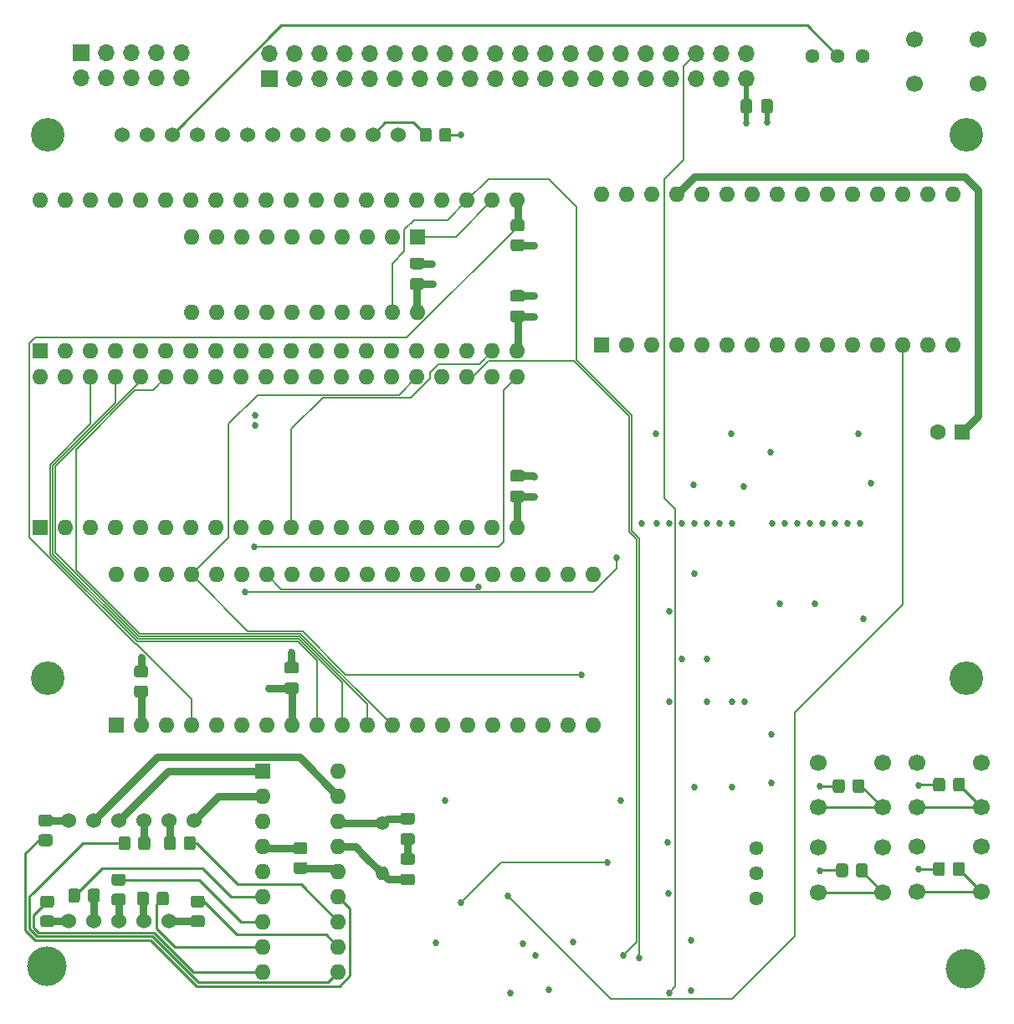
<source format=gbr>
%TF.GenerationSoftware,KiCad,Pcbnew,(5.1.7)-1*%
%TF.CreationDate,2020-12-26T11:55:58+01:00*%
%TF.ProjectId,sbc6526,73626336-3532-4362-9e6b-696361645f70,rev?*%
%TF.SameCoordinates,Original*%
%TF.FileFunction,Copper,L4,Bot*%
%TF.FilePolarity,Positive*%
%FSLAX46Y46*%
G04 Gerber Fmt 4.6, Leading zero omitted, Abs format (unit mm)*
G04 Created by KiCad (PCBNEW (5.1.7)-1) date 2020-12-26 11:55:58*
%MOMM*%
%LPD*%
G01*
G04 APERTURE LIST*
%TA.AperFunction,ComponentPad*%
%ADD10O,1.600000X1.600000*%
%TD*%
%TA.AperFunction,ComponentPad*%
%ADD11R,1.600000X1.600000*%
%TD*%
%TA.AperFunction,WasherPad*%
%ADD12C,3.400000*%
%TD*%
%TA.AperFunction,ComponentPad*%
%ADD13C,1.524000*%
%TD*%
%TA.AperFunction,ComponentPad*%
%ADD14O,1.700000X1.700000*%
%TD*%
%TA.AperFunction,ComponentPad*%
%ADD15R,1.700000X1.700000*%
%TD*%
%TA.AperFunction,ComponentPad*%
%ADD16C,1.440000*%
%TD*%
%TA.AperFunction,ComponentPad*%
%ADD17C,1.600000*%
%TD*%
%TA.AperFunction,ComponentPad*%
%ADD18O,1.400000X1.400000*%
%TD*%
%TA.AperFunction,ComponentPad*%
%ADD19C,1.400000*%
%TD*%
%TA.AperFunction,ComponentPad*%
%ADD20C,1.700000*%
%TD*%
%TA.AperFunction,ViaPad*%
%ADD21C,4.000000*%
%TD*%
%TA.AperFunction,ViaPad*%
%ADD22C,0.685800*%
%TD*%
%TA.AperFunction,Conductor*%
%ADD23C,0.762000*%
%TD*%
%TA.AperFunction,Conductor*%
%ADD24C,0.508000*%
%TD*%
%TA.AperFunction,Conductor*%
%ADD25C,0.127000*%
%TD*%
%TA.AperFunction,Conductor*%
%ADD26C,0.254000*%
%TD*%
G04 APERTURE END LIST*
D10*
%TO.P,U3,40*%
%TO.N,/~RES*%
X110325000Y-106450000D03*
%TO.P,U3,20*%
%TO.N,/bootstrap/A11*%
X158585000Y-121690000D03*
%TO.P,U3,39*%
%TO.N,Net-(U3-Pad39)*%
X112865000Y-106450000D03*
%TO.P,U3,19*%
%TO.N,/bootstrap/A10*%
X156045000Y-121690000D03*
%TO.P,U3,38*%
%TO.N,VCC*%
X115405000Y-106450000D03*
%TO.P,U3,18*%
%TO.N,/bootstrap/A9*%
X153505000Y-121690000D03*
%TO.P,U3,37*%
%TO.N,/PHI2*%
X117945000Y-106450000D03*
%TO.P,U3,17*%
%TO.N,/bootstrap/A8*%
X150965000Y-121690000D03*
%TO.P,U3,36*%
%TO.N,/bootstrap/BE*%
X120485000Y-106450000D03*
%TO.P,U3,16*%
%TO.N,/bootstrap/A7*%
X148425000Y-121690000D03*
%TO.P,U3,35*%
%TO.N,Net-(U3-Pad35)*%
X123025000Y-106450000D03*
%TO.P,U3,15*%
%TO.N,/bootstrap/A6*%
X145885000Y-121690000D03*
%TO.P,U3,34*%
%TO.N,/R~W*%
X125565000Y-106450000D03*
%TO.P,U3,14*%
%TO.N,/bootstrap/A5*%
X143345000Y-121690000D03*
%TO.P,U3,33*%
%TO.N,/bootstrap/D0*%
X128105000Y-106450000D03*
%TO.P,U3,13*%
%TO.N,/bootstrap/A4*%
X140805000Y-121690000D03*
%TO.P,U3,32*%
%TO.N,/bootstrap/D1*%
X130645000Y-106450000D03*
%TO.P,U3,12*%
%TO.N,/bootstrap/A3*%
X138265000Y-121690000D03*
%TO.P,U3,31*%
%TO.N,/bootstrap/D2*%
X133185000Y-106450000D03*
%TO.P,U3,11*%
%TO.N,/bootstrap/A2*%
X135725000Y-121690000D03*
%TO.P,U3,30*%
%TO.N,/bootstrap/D3*%
X135725000Y-106450000D03*
%TO.P,U3,10*%
%TO.N,/bootstrap/A1*%
X133185000Y-121690000D03*
%TO.P,U3,29*%
%TO.N,/bootstrap/D4*%
X138265000Y-106450000D03*
%TO.P,U3,9*%
%TO.N,/bootstrap/A0*%
X130645000Y-121690000D03*
%TO.P,U3,28*%
%TO.N,/bootstrap/D5*%
X140805000Y-106450000D03*
%TO.P,U3,8*%
%TO.N,VCC*%
X128105000Y-121690000D03*
%TO.P,U3,27*%
%TO.N,/bootstrap/D6*%
X143345000Y-106450000D03*
%TO.P,U3,7*%
%TO.N,Net-(U3-Pad7)*%
X125565000Y-121690000D03*
%TO.P,U3,26*%
%TO.N,/bootstrap/D7*%
X145885000Y-106450000D03*
%TO.P,U3,6*%
%TO.N,/~VIAIRQ*%
X123025000Y-121690000D03*
%TO.P,U3,25*%
%TO.N,/bootstrap/A15*%
X148425000Y-106450000D03*
%TO.P,U3,5*%
%TO.N,Net-(U3-Pad5)*%
X120485000Y-121690000D03*
%TO.P,U3,24*%
%TO.N,/bootstrap/A14*%
X150965000Y-106450000D03*
%TO.P,U3,4*%
%TO.N,/~IRQ*%
X117945000Y-121690000D03*
%TO.P,U3,23*%
%TO.N,/bootstrap/A13*%
X153505000Y-106450000D03*
%TO.P,U3,3*%
%TO.N,Net-(U3-Pad3)*%
X115405000Y-121690000D03*
%TO.P,U3,22*%
%TO.N,/bootstrap/A12*%
X156045000Y-106450000D03*
%TO.P,U3,2*%
%TO.N,Net-(R11-Pad1)*%
X112865000Y-121690000D03*
%TO.P,U3,21*%
%TO.N,GND*%
X158585000Y-106450000D03*
D11*
%TO.P,U3,1*%
%TO.N,Net-(U3-Pad1)*%
X110325000Y-121690000D03*
%TD*%
D12*
%TO.P,LCD1,*%
%TO.N,*%
X196425000Y-61925000D03*
X196425000Y-116925000D03*
X103425000Y-116925000D03*
X103425000Y-61925000D03*
D13*
%TO.P,LCD1,16*%
%TO.N,GND*%
X138875000Y-61965000D03*
%TO.P,LCD1,15*%
%TO.N,Net-(LCD1-Pad15)*%
X136335000Y-61965000D03*
%TO.P,LCD1,14*%
%TO.N,/peripherals/LCD_D7*%
X133795000Y-61965000D03*
%TO.P,LCD1,13*%
%TO.N,/peripherals/LCD_D6*%
X131255000Y-61965000D03*
%TO.P,LCD1,12*%
%TO.N,/peripherals/LCD_D5*%
X128715000Y-61965000D03*
%TO.P,LCD1,11*%
%TO.N,/peripherals/LCD_D4*%
X126175000Y-61965000D03*
%TO.P,LCD1,6*%
%TO.N,/peripherals/LCD_E*%
X123635000Y-61965000D03*
%TO.P,LCD1,5*%
%TO.N,/peripherals/LCD_RW*%
X121095000Y-61965000D03*
%TO.P,LCD1,4*%
%TO.N,/peripherals/LCD_RS*%
X118555000Y-61965000D03*
%TO.P,LCD1,3*%
%TO.N,Net-(LCD1-Pad3)*%
X116015000Y-61965000D03*
%TO.P,LCD1,2*%
%TO.N,VCC*%
X113475000Y-61965000D03*
%TO.P,LCD1,1*%
%TO.N,GND*%
X110935000Y-61965000D03*
%TD*%
D10*
%TO.P,U2,40*%
%TO.N,Net-(U2-Pad40)*%
X102700000Y-86460000D03*
%TO.P,U2,20*%
%TO.N,VCC*%
X150960000Y-101700000D03*
%TO.P,U2,39*%
%TO.N,Net-(U2-Pad39)*%
X105240000Y-86460000D03*
%TO.P,U2,19*%
%TO.N,Net-(U2-Pad19)*%
X148420000Y-101700000D03*
%TO.P,U2,38*%
%TO.N,/bootstrap/A0*%
X107780000Y-86460000D03*
%TO.P,U2,18*%
%TO.N,Net-(U2-Pad18)*%
X145880000Y-101700000D03*
%TO.P,U2,37*%
%TO.N,/bootstrap/A1*%
X110320000Y-86460000D03*
%TO.P,U2,17*%
%TO.N,/io/VPB7*%
X143340000Y-101700000D03*
%TO.P,U2,36*%
%TO.N,/bootstrap/A2*%
X112860000Y-86460000D03*
%TO.P,U2,16*%
%TO.N,/io/VPB6*%
X140800000Y-101700000D03*
%TO.P,U2,35*%
%TO.N,/bootstrap/A3*%
X115400000Y-86460000D03*
%TO.P,U2,15*%
%TO.N,/io/VPB5*%
X138260000Y-101700000D03*
%TO.P,U2,34*%
%TO.N,/~RES*%
X117940000Y-86460000D03*
%TO.P,U2,14*%
%TO.N,/io/VPB4*%
X135720000Y-101700000D03*
%TO.P,U2,33*%
%TO.N,/bootstrap/D0*%
X120480000Y-86460000D03*
%TO.P,U2,13*%
%TO.N,Net-(U2-Pad13)*%
X133180000Y-101700000D03*
%TO.P,U2,32*%
%TO.N,/bootstrap/D1*%
X123020000Y-86460000D03*
%TO.P,U2,12*%
%TO.N,Net-(U2-Pad12)*%
X130640000Y-101700000D03*
%TO.P,U2,31*%
%TO.N,/bootstrap/D2*%
X125560000Y-86460000D03*
%TO.P,U2,11*%
%TO.N,/TOD*%
X128100000Y-101700000D03*
%TO.P,U2,30*%
%TO.N,/bootstrap/D3*%
X128100000Y-86460000D03*
%TO.P,U2,10*%
%TO.N,/TODENABLE*%
X125560000Y-101700000D03*
%TO.P,U2,29*%
%TO.N,/bootstrap/D4*%
X130640000Y-86460000D03*
%TO.P,U2,9*%
%TO.N,/peripherals/LCD_D7*%
X123020000Y-101700000D03*
%TO.P,U2,28*%
%TO.N,/bootstrap/D5*%
X133180000Y-86460000D03*
%TO.P,U2,8*%
%TO.N,/peripherals/LCD_D6*%
X120480000Y-101700000D03*
%TO.P,U2,27*%
%TO.N,/bootstrap/D6*%
X135720000Y-86460000D03*
%TO.P,U2,7*%
%TO.N,/peripherals/LCD_D5*%
X117940000Y-101700000D03*
%TO.P,U2,26*%
%TO.N,/bootstrap/D7*%
X138260000Y-86460000D03*
%TO.P,U2,6*%
%TO.N,/peripherals/LCD_D4*%
X115400000Y-101700000D03*
%TO.P,U2,25*%
%TO.N,/PHI2*%
X140800000Y-86460000D03*
%TO.P,U2,5*%
%TO.N,/peripherals/LCD_E*%
X112860000Y-101700000D03*
%TO.P,U2,24*%
%TO.N,VCC*%
X143340000Y-86460000D03*
%TO.P,U2,4*%
%TO.N,/peripherals/LCD_RW*%
X110320000Y-101700000D03*
%TO.P,U2,23*%
%TO.N,/memory/~VIA*%
X145880000Y-86460000D03*
%TO.P,U2,3*%
%TO.N,/peripherals/LCD_RS*%
X107780000Y-101700000D03*
%TO.P,U2,22*%
%TO.N,/R~W*%
X148420000Y-86460000D03*
%TO.P,U2,2*%
%TO.N,/peripherals/~CIARES*%
X105240000Y-101700000D03*
%TO.P,U2,21*%
%TO.N,/~VIAIRQ*%
X150960000Y-86460000D03*
D11*
%TO.P,U2,1*%
%TO.N,GND*%
X102700000Y-101700000D03*
%TD*%
D14*
%TO.P,EXT6526,40*%
%TO.N,/~IRQ*%
X174160000Y-53760000D03*
%TO.P,EXT6526,39*%
%TO.N,VCC*%
X174160000Y-56300000D03*
%TO.P,EXT6526,38*%
%TO.N,/R~W*%
X171620000Y-53760000D03*
%TO.P,EXT6526,37*%
%TO.N,/TOD*%
X171620000Y-56300000D03*
%TO.P,EXT6526,36*%
%TO.N,/memory/~CIAEXT*%
X169080000Y-53760000D03*
%TO.P,EXT6526,35*%
%TO.N,/peripherals/~EXTFLAG*%
X169080000Y-56300000D03*
%TO.P,EXT6526,34*%
%TO.N,/peripherals/~EXTPC*%
X166540000Y-53760000D03*
%TO.P,EXT6526,33*%
%TO.N,/io/PB7*%
X166540000Y-56300000D03*
%TO.P,EXT6526,32*%
%TO.N,/PHI2*%
X164000000Y-53760000D03*
%TO.P,EXT6526,31*%
%TO.N,/io/PB6*%
X164000000Y-56300000D03*
%TO.P,EXT6526,30*%
%TO.N,/bootstrap/D7*%
X161460000Y-53760000D03*
%TO.P,EXT6526,29*%
%TO.N,/io/PB5*%
X161460000Y-56300000D03*
%TO.P,EXT6526,28*%
%TO.N,/bootstrap/D6*%
X158920000Y-53760000D03*
%TO.P,EXT6526,27*%
%TO.N,/io/PB4*%
X158920000Y-56300000D03*
%TO.P,EXT6526,26*%
%TO.N,/bootstrap/D5*%
X156380000Y-53760000D03*
%TO.P,EXT6526,25*%
%TO.N,/io/PB3*%
X156380000Y-56300000D03*
%TO.P,EXT6526,24*%
%TO.N,/bootstrap/D4*%
X153840000Y-53760000D03*
%TO.P,EXT6526,23*%
%TO.N,/io/PB2*%
X153840000Y-56300000D03*
%TO.P,EXT6526,22*%
%TO.N,/bootstrap/D3*%
X151300000Y-53760000D03*
%TO.P,EXT6526,21*%
%TO.N,/io/PB1*%
X151300000Y-56300000D03*
%TO.P,EXT6526,20*%
%TO.N,/bootstrap/D2*%
X148760000Y-53760000D03*
%TO.P,EXT6526,19*%
%TO.N,/io/PB0*%
X148760000Y-56300000D03*
%TO.P,EXT6526,18*%
%TO.N,/bootstrap/D1*%
X146220000Y-53760000D03*
%TO.P,EXT6526,17*%
%TO.N,/peripherals/PA7*%
X146220000Y-56300000D03*
%TO.P,EXT6526,16*%
%TO.N,/bootstrap/D0*%
X143680000Y-53760000D03*
%TO.P,EXT6526,15*%
%TO.N,/peripherals/PA6*%
X143680000Y-56300000D03*
%TO.P,EXT6526,14*%
%TO.N,/peripherals/~CIARES*%
X141140000Y-53760000D03*
%TO.P,EXT6526,13*%
%TO.N,/peripherals/PA5*%
X141140000Y-56300000D03*
%TO.P,EXT6526,12*%
%TO.N,/bootstrap/A3*%
X138600000Y-53760000D03*
%TO.P,EXT6526,11*%
%TO.N,/peripherals/PA4*%
X138600000Y-56300000D03*
%TO.P,EXT6526,10*%
%TO.N,/bootstrap/A2*%
X136060000Y-53760000D03*
%TO.P,EXT6526,9*%
%TO.N,/peripherals/PA3*%
X136060000Y-56300000D03*
%TO.P,EXT6526,8*%
%TO.N,/bootstrap/A1*%
X133520000Y-53760000D03*
%TO.P,EXT6526,7*%
%TO.N,/peripherals/PA2*%
X133520000Y-56300000D03*
%TO.P,EXT6526,6*%
%TO.N,/bootstrap/A0*%
X130980000Y-53760000D03*
%TO.P,EXT6526,5*%
%TO.N,/peripherals/PA1*%
X130980000Y-56300000D03*
%TO.P,EXT6526,4*%
%TO.N,/peripherals/SERDAT*%
X128440000Y-53760000D03*
%TO.P,EXT6526,3*%
%TO.N,/peripherals/PA0*%
X128440000Y-56300000D03*
%TO.P,EXT6526,2*%
%TO.N,/peripherals/SERCLK*%
X125900000Y-53760000D03*
D15*
%TO.P,EXT6526,1*%
%TO.N,GND*%
X125900000Y-56300000D03*
%TD*%
D13*
%TO.P,LED1,11*%
%TO.N,/clockmeter/A*%
X115730000Y-131280000D03*
%TO.P,LED1,10*%
%TO.N,/clockmeter/F*%
X113190000Y-131280000D03*
%TO.P,LED1,9*%
%TO.N,/clockmeter/C2*%
X110650000Y-131280000D03*
%TO.P,LED1,8*%
%TO.N,/clockmeter/C3*%
X108110000Y-131280000D03*
%TO.P,LED1,7*%
%TO.N,/clockmeter/B*%
X105570000Y-131280000D03*
%TO.P,LED1,12*%
%TO.N,/clockmeter/C1*%
X118270000Y-131280000D03*
%TO.P,LED1,5*%
%TO.N,/clockmeter/G*%
X115730000Y-141440000D03*
%TO.P,LED1,4*%
%TO.N,/clockmeter/C*%
X113190000Y-141440000D03*
%TO.P,LED1,3*%
%TO.N,/clockmeter/DP*%
X110650000Y-141440000D03*
%TO.P,LED1,2*%
%TO.N,/clockmeter/D*%
X108110000Y-141440000D03*
%TO.P,LED1,1*%
%TO.N,/clockmeter/E*%
X105570000Y-141440000D03*
%TD*%
D16*
%TO.P,P1,3*%
%TO.N,Net-(P1-Pad3)*%
X175133000Y-139192000D03*
%TO.P,P1,2*%
%TO.N,Net-(P1-Pad2)*%
X175133000Y-136652000D03*
%TO.P,P1,1*%
%TO.N,Net-(C13-Pad1)*%
X175133000Y-134112000D03*
%TD*%
%TO.P,C1,2*%
%TO.N,GND*%
%TA.AperFunction,SMDPad,CuDef*%
G36*
G01*
X151439900Y-78836700D02*
X150489900Y-78836700D01*
G75*
G02*
X150239900Y-78586700I0J250000D01*
G01*
X150239900Y-77911700D01*
G75*
G02*
X150489900Y-77661700I250000J0D01*
G01*
X151439900Y-77661700D01*
G75*
G02*
X151689900Y-77911700I0J-250000D01*
G01*
X151689900Y-78586700D01*
G75*
G02*
X151439900Y-78836700I-250000J0D01*
G01*
G37*
%TD.AperFunction*%
%TO.P,C1,1*%
%TO.N,VCC*%
%TA.AperFunction,SMDPad,CuDef*%
G36*
G01*
X151439900Y-80911700D02*
X150489900Y-80911700D01*
G75*
G02*
X150239900Y-80661700I0J250000D01*
G01*
X150239900Y-79986700D01*
G75*
G02*
X150489900Y-79736700I250000J0D01*
G01*
X151439900Y-79736700D01*
G75*
G02*
X151689900Y-79986700I0J-250000D01*
G01*
X151689900Y-80661700D01*
G75*
G02*
X151439900Y-80911700I-250000J0D01*
G01*
G37*
%TD.AperFunction*%
%TD*%
%TO.P,C2,2*%
%TO.N,GND*%
%TA.AperFunction,SMDPad,CuDef*%
G36*
G01*
X151425000Y-97037500D02*
X150475000Y-97037500D01*
G75*
G02*
X150225000Y-96787500I0J250000D01*
G01*
X150225000Y-96112500D01*
G75*
G02*
X150475000Y-95862500I250000J0D01*
G01*
X151425000Y-95862500D01*
G75*
G02*
X151675000Y-96112500I0J-250000D01*
G01*
X151675000Y-96787500D01*
G75*
G02*
X151425000Y-97037500I-250000J0D01*
G01*
G37*
%TD.AperFunction*%
%TO.P,C2,1*%
%TO.N,VCC*%
%TA.AperFunction,SMDPad,CuDef*%
G36*
G01*
X151425000Y-99112500D02*
X150475000Y-99112500D01*
G75*
G02*
X150225000Y-98862500I0J250000D01*
G01*
X150225000Y-98187500D01*
G75*
G02*
X150475000Y-97937500I250000J0D01*
G01*
X151425000Y-97937500D01*
G75*
G02*
X151675000Y-98187500I0J-250000D01*
G01*
X151675000Y-98862500D01*
G75*
G02*
X151425000Y-99112500I-250000J0D01*
G01*
G37*
%TD.AperFunction*%
%TD*%
%TO.P,C3,2*%
%TO.N,GND*%
%TA.AperFunction,SMDPad,CuDef*%
G36*
G01*
X128575000Y-116437500D02*
X127625000Y-116437500D01*
G75*
G02*
X127375000Y-116187500I0J250000D01*
G01*
X127375000Y-115512500D01*
G75*
G02*
X127625000Y-115262500I250000J0D01*
G01*
X128575000Y-115262500D01*
G75*
G02*
X128825000Y-115512500I0J-250000D01*
G01*
X128825000Y-116187500D01*
G75*
G02*
X128575000Y-116437500I-250000J0D01*
G01*
G37*
%TD.AperFunction*%
%TO.P,C3,1*%
%TO.N,VCC*%
%TA.AperFunction,SMDPad,CuDef*%
G36*
G01*
X128575000Y-118512500D02*
X127625000Y-118512500D01*
G75*
G02*
X127375000Y-118262500I0J250000D01*
G01*
X127375000Y-117587500D01*
G75*
G02*
X127625000Y-117337500I250000J0D01*
G01*
X128575000Y-117337500D01*
G75*
G02*
X128825000Y-117587500I0J-250000D01*
G01*
X128825000Y-118262500D01*
G75*
G02*
X128575000Y-118512500I-250000J0D01*
G01*
G37*
%TD.AperFunction*%
%TD*%
%TO.P,C5,2*%
%TO.N,GND*%
%TA.AperFunction,SMDPad,CuDef*%
G36*
G01*
X139375000Y-132600000D02*
X140325000Y-132600000D01*
G75*
G02*
X140575000Y-132850000I0J-250000D01*
G01*
X140575000Y-133525000D01*
G75*
G02*
X140325000Y-133775000I-250000J0D01*
G01*
X139375000Y-133775000D01*
G75*
G02*
X139125000Y-133525000I0J250000D01*
G01*
X139125000Y-132850000D01*
G75*
G02*
X139375000Y-132600000I250000J0D01*
G01*
G37*
%TD.AperFunction*%
%TO.P,C5,1*%
%TO.N,Net-(C5-Pad1)*%
%TA.AperFunction,SMDPad,CuDef*%
G36*
G01*
X139375000Y-130525000D02*
X140325000Y-130525000D01*
G75*
G02*
X140575000Y-130775000I0J-250000D01*
G01*
X140575000Y-131450000D01*
G75*
G02*
X140325000Y-131700000I-250000J0D01*
G01*
X139375000Y-131700000D01*
G75*
G02*
X139125000Y-131450000I0J250000D01*
G01*
X139125000Y-130775000D01*
G75*
G02*
X139375000Y-130525000I250000J0D01*
G01*
G37*
%TD.AperFunction*%
%TD*%
%TO.P,C6,2*%
%TO.N,GND*%
%TA.AperFunction,SMDPad,CuDef*%
G36*
G01*
X140325000Y-135787500D02*
X139375000Y-135787500D01*
G75*
G02*
X139125000Y-135537500I0J250000D01*
G01*
X139125000Y-134862500D01*
G75*
G02*
X139375000Y-134612500I250000J0D01*
G01*
X140325000Y-134612500D01*
G75*
G02*
X140575000Y-134862500I0J-250000D01*
G01*
X140575000Y-135537500D01*
G75*
G02*
X140325000Y-135787500I-250000J0D01*
G01*
G37*
%TD.AperFunction*%
%TO.P,C6,1*%
%TO.N,Net-(C6-Pad1)*%
%TA.AperFunction,SMDPad,CuDef*%
G36*
G01*
X140325000Y-137862500D02*
X139375000Y-137862500D01*
G75*
G02*
X139125000Y-137612500I0J250000D01*
G01*
X139125000Y-136937500D01*
G75*
G02*
X139375000Y-136687500I250000J0D01*
G01*
X140325000Y-136687500D01*
G75*
G02*
X140575000Y-136937500I0J-250000D01*
G01*
X140575000Y-137612500D01*
G75*
G02*
X140325000Y-137862500I-250000J0D01*
G01*
G37*
%TD.AperFunction*%
%TD*%
%TO.P,C11,2*%
%TO.N,GND*%
%TA.AperFunction,SMDPad,CuDef*%
G36*
G01*
X141275000Y-75562500D02*
X140325000Y-75562500D01*
G75*
G02*
X140075000Y-75312500I0J250000D01*
G01*
X140075000Y-74637500D01*
G75*
G02*
X140325000Y-74387500I250000J0D01*
G01*
X141275000Y-74387500D01*
G75*
G02*
X141525000Y-74637500I0J-250000D01*
G01*
X141525000Y-75312500D01*
G75*
G02*
X141275000Y-75562500I-250000J0D01*
G01*
G37*
%TD.AperFunction*%
%TO.P,C11,1*%
%TO.N,VCC*%
%TA.AperFunction,SMDPad,CuDef*%
G36*
G01*
X141275000Y-77637500D02*
X140325000Y-77637500D01*
G75*
G02*
X140075000Y-77387500I0J250000D01*
G01*
X140075000Y-76712500D01*
G75*
G02*
X140325000Y-76462500I250000J0D01*
G01*
X141275000Y-76462500D01*
G75*
G02*
X141525000Y-76712500I0J-250000D01*
G01*
X141525000Y-77387500D01*
G75*
G02*
X141275000Y-77637500I-250000J0D01*
G01*
G37*
%TD.AperFunction*%
%TD*%
D17*
%TO.P,C14,2*%
%TO.N,GND*%
X193500000Y-92000000D03*
D11*
%TO.P,C14,1*%
%TO.N,VCC*%
X196000000Y-92000000D03*
%TD*%
D10*
%TO.P,NANO1,16*%
%TO.N,/TOD*%
X195060000Y-67960000D03*
%TO.P,NANO1,15*%
%TO.N,/R~W*%
X195060000Y-83200000D03*
%TO.P,NANO1,30*%
%TO.N,Net-(NANO1-Pad30)*%
X159500000Y-67960000D03*
%TO.P,NANO1,14*%
%TO.N,/bootstrap/RESET*%
X192520000Y-83200000D03*
%TO.P,NANO1,29*%
%TO.N,GND*%
X162040000Y-67960000D03*
%TO.P,NANO1,13*%
%TO.N,/~CE*%
X189980000Y-83200000D03*
%TO.P,NANO1,28*%
%TO.N,Net-(NANO1-Pad28)*%
X164580000Y-67960000D03*
%TO.P,NANO1,12*%
%TO.N,/bootstrap/D0*%
X187440000Y-83200000D03*
%TO.P,NANO1,27*%
%TO.N,VCC*%
X167120000Y-67960000D03*
%TO.P,NANO1,11*%
%TO.N,/bootstrap/D1*%
X184900000Y-83200000D03*
%TO.P,NANO1,26*%
%TO.N,/TODENABLE*%
X169660000Y-67960000D03*
%TO.P,NANO1,10*%
%TO.N,/bootstrap/D2*%
X182360000Y-83200000D03*
%TO.P,NANO1,25*%
%TO.N,Net-(NANO1-Pad25)*%
X172200000Y-67960000D03*
%TO.P,NANO1,9*%
%TO.N,/bootstrap/D3*%
X179820000Y-83200000D03*
%TO.P,NANO1,24*%
%TO.N,Net-(NANO1-Pad24)*%
X174740000Y-67960000D03*
%TO.P,NANO1,8*%
%TO.N,/bootstrap/D4*%
X177280000Y-83200000D03*
%TO.P,NANO1,23*%
%TO.N,/bootstrap/DS*%
X177280000Y-67960000D03*
%TO.P,NANO1,7*%
%TO.N,/bootstrap/D5*%
X174740000Y-83200000D03*
%TO.P,NANO1,22*%
%TO.N,Net-(NANO1-Pad22)*%
X179820000Y-67960000D03*
%TO.P,NANO1,6*%
%TO.N,/bootstrap/D6*%
X172200000Y-83200000D03*
%TO.P,NANO1,21*%
%TO.N,/bootstrap/BE*%
X182360000Y-67960000D03*
%TO.P,NANO1,5*%
%TO.N,/bootstrap/D7*%
X169660000Y-83200000D03*
%TO.P,NANO1,20*%
%TO.N,/bootstrap/LATCH*%
X184900000Y-67960000D03*
%TO.P,NANO1,4*%
%TO.N,GND*%
X167120000Y-83200000D03*
%TO.P,NANO1,19*%
%TO.N,/bootstrap/CLOCK*%
X187440000Y-67960000D03*
%TO.P,NANO1,3*%
%TO.N,Net-(NANO1-Pad3)*%
X164580000Y-83200000D03*
%TO.P,NANO1,18*%
%TO.N,Net-(NANO1-Pad18)*%
X189980000Y-67960000D03*
%TO.P,NANO1,2*%
%TO.N,Net-(NANO1-Pad2)*%
X162040000Y-83200000D03*
%TO.P,NANO1,17*%
%TO.N,Net-(NANO1-Pad17)*%
X192520000Y-67960000D03*
D11*
%TO.P,NANO1,1*%
%TO.N,Net-(NANO1-Pad1)*%
X159500000Y-83200000D03*
%TD*%
D16*
%TO.P,P2,3*%
%TO.N,VCC*%
X180820000Y-54000000D03*
%TO.P,P2,2*%
%TO.N,Net-(LCD1-Pad3)*%
X183360000Y-54000000D03*
%TO.P,P2,1*%
%TO.N,GND*%
X185900000Y-54000000D03*
%TD*%
D10*
%TO.P,PIC1,18*%
%TO.N,Net-(PIC1-Pad18)*%
X132820000Y-126300000D03*
%TO.P,PIC1,9*%
%TO.N,Net-(PIC1-Pad9)*%
X125200000Y-146620000D03*
%TO.P,PIC1,17*%
%TO.N,/clockmeter/C3*%
X132820000Y-128840000D03*
%TO.P,PIC1,8*%
%TO.N,Net-(PIC1-Pad8)*%
X125200000Y-144080000D03*
%TO.P,PIC1,16*%
%TO.N,Net-(C5-Pad1)*%
X132820000Y-131380000D03*
%TO.P,PIC1,7*%
%TO.N,Net-(PIC1-Pad7)*%
X125200000Y-141540000D03*
%TO.P,PIC1,15*%
%TO.N,Net-(C6-Pad1)*%
X132820000Y-133920000D03*
%TO.P,PIC1,6*%
%TO.N,Net-(PIC1-Pad6)*%
X125200000Y-139000000D03*
%TO.P,PIC1,14*%
%TO.N,VCC*%
X132820000Y-136460000D03*
%TO.P,PIC1,5*%
%TO.N,GND*%
X125200000Y-136460000D03*
%TO.P,PIC1,13*%
%TO.N,Net-(PIC1-Pad13)*%
X132820000Y-139000000D03*
%TO.P,PIC1,4*%
%TO.N,Net-(PIC1-Pad4)*%
X125200000Y-133920000D03*
%TO.P,PIC1,12*%
%TO.N,Net-(PIC1-Pad12)*%
X132820000Y-141540000D03*
%TO.P,PIC1,3*%
%TO.N,/clock/~PHI2*%
X125200000Y-131380000D03*
%TO.P,PIC1,11*%
%TO.N,Net-(PIC1-Pad11)*%
X132820000Y-144080000D03*
%TO.P,PIC1,2*%
%TO.N,/clockmeter/C1*%
X125200000Y-128840000D03*
%TO.P,PIC1,10*%
%TO.N,Net-(PIC1-Pad10)*%
X132820000Y-146620000D03*
D11*
%TO.P,PIC1,1*%
%TO.N,/clockmeter/C2*%
X125200000Y-126300000D03*
%TD*%
%TO.P,R1,2*%
%TO.N,/clockmeter/D*%
%TA.AperFunction,SMDPad,CuDef*%
G36*
G01*
X107500000Y-139350001D02*
X107500000Y-138449999D01*
G75*
G02*
X107749999Y-138200000I249999J0D01*
G01*
X108450001Y-138200000D01*
G75*
G02*
X108700000Y-138449999I0J-249999D01*
G01*
X108700000Y-139350001D01*
G75*
G02*
X108450001Y-139600000I-249999J0D01*
G01*
X107749999Y-139600000D01*
G75*
G02*
X107500000Y-139350001I0J249999D01*
G01*
G37*
%TD.AperFunction*%
%TO.P,R1,1*%
%TO.N,Net-(PIC1-Pad6)*%
%TA.AperFunction,SMDPad,CuDef*%
G36*
G01*
X105500000Y-139350001D02*
X105500000Y-138449999D01*
G75*
G02*
X105749999Y-138200000I249999J0D01*
G01*
X106450001Y-138200000D01*
G75*
G02*
X106700000Y-138449999I0J-249999D01*
G01*
X106700000Y-139350001D01*
G75*
G02*
X106450001Y-139600000I-249999J0D01*
G01*
X105749999Y-139600000D01*
G75*
G02*
X105500000Y-139350001I0J249999D01*
G01*
G37*
%TD.AperFunction*%
%TD*%
%TO.P,R2,2*%
%TO.N,/clockmeter/DP*%
%TA.AperFunction,SMDPad,CuDef*%
G36*
G01*
X110149999Y-138700000D02*
X111050001Y-138700000D01*
G75*
G02*
X111300000Y-138949999I0J-249999D01*
G01*
X111300000Y-139650001D01*
G75*
G02*
X111050001Y-139900000I-249999J0D01*
G01*
X110149999Y-139900000D01*
G75*
G02*
X109900000Y-139650001I0J249999D01*
G01*
X109900000Y-138949999D01*
G75*
G02*
X110149999Y-138700000I249999J0D01*
G01*
G37*
%TD.AperFunction*%
%TO.P,R2,1*%
%TO.N,Net-(PIC1-Pad7)*%
%TA.AperFunction,SMDPad,CuDef*%
G36*
G01*
X110149999Y-136700000D02*
X111050001Y-136700000D01*
G75*
G02*
X111300000Y-136949999I0J-249999D01*
G01*
X111300000Y-137650001D01*
G75*
G02*
X111050001Y-137900000I-249999J0D01*
G01*
X110149999Y-137900000D01*
G75*
G02*
X109900000Y-137650001I0J249999D01*
G01*
X109900000Y-136949999D01*
G75*
G02*
X110149999Y-136700000I249999J0D01*
G01*
G37*
%TD.AperFunction*%
%TD*%
%TO.P,R3,2*%
%TO.N,/clockmeter/C*%
%TA.AperFunction,SMDPad,CuDef*%
G36*
G01*
X113662000Y-138749999D02*
X113662000Y-139650001D01*
G75*
G02*
X113412001Y-139900000I-249999J0D01*
G01*
X112711999Y-139900000D01*
G75*
G02*
X112462000Y-139650001I0J249999D01*
G01*
X112462000Y-138749999D01*
G75*
G02*
X112711999Y-138500000I249999J0D01*
G01*
X113412001Y-138500000D01*
G75*
G02*
X113662000Y-138749999I0J-249999D01*
G01*
G37*
%TD.AperFunction*%
%TO.P,R3,1*%
%TO.N,Net-(PIC1-Pad8)*%
%TA.AperFunction,SMDPad,CuDef*%
G36*
G01*
X115662000Y-138749999D02*
X115662000Y-139650001D01*
G75*
G02*
X115412001Y-139900000I-249999J0D01*
G01*
X114711999Y-139900000D01*
G75*
G02*
X114462000Y-139650001I0J249999D01*
G01*
X114462000Y-138749999D01*
G75*
G02*
X114711999Y-138500000I249999J0D01*
G01*
X115412001Y-138500000D01*
G75*
G02*
X115662000Y-138749999I0J-249999D01*
G01*
G37*
%TD.AperFunction*%
%TD*%
%TO.P,R4,2*%
%TO.N,/clockmeter/E*%
%TA.AperFunction,SMDPad,CuDef*%
G36*
G01*
X102927999Y-140900000D02*
X103828001Y-140900000D01*
G75*
G02*
X104078000Y-141149999I0J-249999D01*
G01*
X104078000Y-141850001D01*
G75*
G02*
X103828001Y-142100000I-249999J0D01*
G01*
X102927999Y-142100000D01*
G75*
G02*
X102678000Y-141850001I0J249999D01*
G01*
X102678000Y-141149999D01*
G75*
G02*
X102927999Y-140900000I249999J0D01*
G01*
G37*
%TD.AperFunction*%
%TO.P,R4,1*%
%TO.N,Net-(PIC1-Pad9)*%
%TA.AperFunction,SMDPad,CuDef*%
G36*
G01*
X102927999Y-138900000D02*
X103828001Y-138900000D01*
G75*
G02*
X104078000Y-139149999I0J-249999D01*
G01*
X104078000Y-139850001D01*
G75*
G02*
X103828001Y-140100000I-249999J0D01*
G01*
X102927999Y-140100000D01*
G75*
G02*
X102678000Y-139850001I0J249999D01*
G01*
X102678000Y-139149999D01*
G75*
G02*
X102927999Y-138900000I249999J0D01*
G01*
G37*
%TD.AperFunction*%
%TD*%
%TO.P,R5,2*%
%TO.N,/clockmeter/F*%
%TA.AperFunction,SMDPad,CuDef*%
G36*
G01*
X112600000Y-134050001D02*
X112600000Y-133149999D01*
G75*
G02*
X112849999Y-132900000I249999J0D01*
G01*
X113550001Y-132900000D01*
G75*
G02*
X113800000Y-133149999I0J-249999D01*
G01*
X113800000Y-134050001D01*
G75*
G02*
X113550001Y-134300000I-249999J0D01*
G01*
X112849999Y-134300000D01*
G75*
G02*
X112600000Y-134050001I0J249999D01*
G01*
G37*
%TD.AperFunction*%
%TO.P,R5,1*%
%TO.N,Net-(PIC1-Pad10)*%
%TA.AperFunction,SMDPad,CuDef*%
G36*
G01*
X110600000Y-134050001D02*
X110600000Y-133149999D01*
G75*
G02*
X110849999Y-132900000I249999J0D01*
G01*
X111550001Y-132900000D01*
G75*
G02*
X111800000Y-133149999I0J-249999D01*
G01*
X111800000Y-134050001D01*
G75*
G02*
X111550001Y-134300000I-249999J0D01*
G01*
X110849999Y-134300000D01*
G75*
G02*
X110600000Y-134050001I0J249999D01*
G01*
G37*
%TD.AperFunction*%
%TD*%
%TO.P,R6,2*%
%TO.N,/clockmeter/G*%
%TA.AperFunction,SMDPad,CuDef*%
G36*
G01*
X118149999Y-140900000D02*
X119050001Y-140900000D01*
G75*
G02*
X119300000Y-141149999I0J-249999D01*
G01*
X119300000Y-141850001D01*
G75*
G02*
X119050001Y-142100000I-249999J0D01*
G01*
X118149999Y-142100000D01*
G75*
G02*
X117900000Y-141850001I0J249999D01*
G01*
X117900000Y-141149999D01*
G75*
G02*
X118149999Y-140900000I249999J0D01*
G01*
G37*
%TD.AperFunction*%
%TO.P,R6,1*%
%TO.N,Net-(PIC1-Pad11)*%
%TA.AperFunction,SMDPad,CuDef*%
G36*
G01*
X118149999Y-138900000D02*
X119050001Y-138900000D01*
G75*
G02*
X119300000Y-139149999I0J-249999D01*
G01*
X119300000Y-139850001D01*
G75*
G02*
X119050001Y-140100000I-249999J0D01*
G01*
X118149999Y-140100000D01*
G75*
G02*
X117900000Y-139850001I0J249999D01*
G01*
X117900000Y-139149999D01*
G75*
G02*
X118149999Y-138900000I249999J0D01*
G01*
G37*
%TD.AperFunction*%
%TD*%
%TO.P,R7,2*%
%TO.N,/clockmeter/A*%
%TA.AperFunction,SMDPad,CuDef*%
G36*
G01*
X116400000Y-133149999D02*
X116400000Y-134050001D01*
G75*
G02*
X116150001Y-134300000I-249999J0D01*
G01*
X115449999Y-134300000D01*
G75*
G02*
X115200000Y-134050001I0J249999D01*
G01*
X115200000Y-133149999D01*
G75*
G02*
X115449999Y-132900000I249999J0D01*
G01*
X116150001Y-132900000D01*
G75*
G02*
X116400000Y-133149999I0J-249999D01*
G01*
G37*
%TD.AperFunction*%
%TO.P,R7,1*%
%TO.N,Net-(PIC1-Pad12)*%
%TA.AperFunction,SMDPad,CuDef*%
G36*
G01*
X118400000Y-133149999D02*
X118400000Y-134050001D01*
G75*
G02*
X118150001Y-134300000I-249999J0D01*
G01*
X117449999Y-134300000D01*
G75*
G02*
X117200000Y-134050001I0J249999D01*
G01*
X117200000Y-133149999D01*
G75*
G02*
X117449999Y-132900000I249999J0D01*
G01*
X118150001Y-132900000D01*
G75*
G02*
X118400000Y-133149999I0J-249999D01*
G01*
G37*
%TD.AperFunction*%
%TD*%
%TO.P,R8,2*%
%TO.N,/clockmeter/B*%
%TA.AperFunction,SMDPad,CuDef*%
G36*
G01*
X103650001Y-131900000D02*
X102749999Y-131900000D01*
G75*
G02*
X102500000Y-131650001I0J249999D01*
G01*
X102500000Y-130949999D01*
G75*
G02*
X102749999Y-130700000I249999J0D01*
G01*
X103650001Y-130700000D01*
G75*
G02*
X103900000Y-130949999I0J-249999D01*
G01*
X103900000Y-131650001D01*
G75*
G02*
X103650001Y-131900000I-249999J0D01*
G01*
G37*
%TD.AperFunction*%
%TO.P,R8,1*%
%TO.N,Net-(PIC1-Pad13)*%
%TA.AperFunction,SMDPad,CuDef*%
G36*
G01*
X103650001Y-133900000D02*
X102749999Y-133900000D01*
G75*
G02*
X102500000Y-133650001I0J249999D01*
G01*
X102500000Y-132949999D01*
G75*
G02*
X102749999Y-132700000I249999J0D01*
G01*
X103650001Y-132700000D01*
G75*
G02*
X103900000Y-132949999I0J-249999D01*
G01*
X103900000Y-133650001D01*
G75*
G02*
X103650001Y-133900000I-249999J0D01*
G01*
G37*
%TD.AperFunction*%
%TD*%
%TO.P,R9,2*%
%TO.N,Net-(PIC1-Pad4)*%
%TA.AperFunction,SMDPad,CuDef*%
G36*
G01*
X129450001Y-134700000D02*
X128549999Y-134700000D01*
G75*
G02*
X128300000Y-134450001I0J249999D01*
G01*
X128300000Y-133749999D01*
G75*
G02*
X128549999Y-133500000I249999J0D01*
G01*
X129450001Y-133500000D01*
G75*
G02*
X129700000Y-133749999I0J-249999D01*
G01*
X129700000Y-134450001D01*
G75*
G02*
X129450001Y-134700000I-249999J0D01*
G01*
G37*
%TD.AperFunction*%
%TO.P,R9,1*%
%TO.N,VCC*%
%TA.AperFunction,SMDPad,CuDef*%
G36*
G01*
X129450001Y-136700000D02*
X128549999Y-136700000D01*
G75*
G02*
X128300000Y-136450001I0J249999D01*
G01*
X128300000Y-135749999D01*
G75*
G02*
X128549999Y-135500000I249999J0D01*
G01*
X129450001Y-135500000D01*
G75*
G02*
X129700000Y-135749999I0J-249999D01*
G01*
X129700000Y-136450001D01*
G75*
G02*
X129450001Y-136700000I-249999J0D01*
G01*
G37*
%TD.AperFunction*%
%TD*%
%TO.P,R10,2*%
%TO.N,Net-(LCD1-Pad15)*%
%TA.AperFunction,SMDPad,CuDef*%
G36*
G01*
X142275000Y-61524999D02*
X142275000Y-62425001D01*
G75*
G02*
X142025001Y-62675000I-249999J0D01*
G01*
X141324999Y-62675000D01*
G75*
G02*
X141075000Y-62425001I0J249999D01*
G01*
X141075000Y-61524999D01*
G75*
G02*
X141324999Y-61275000I249999J0D01*
G01*
X142025001Y-61275000D01*
G75*
G02*
X142275000Y-61524999I0J-249999D01*
G01*
G37*
%TD.AperFunction*%
%TO.P,R10,1*%
%TO.N,VCC*%
%TA.AperFunction,SMDPad,CuDef*%
G36*
G01*
X144275000Y-61524999D02*
X144275000Y-62425001D01*
G75*
G02*
X144025001Y-62675000I-249999J0D01*
G01*
X143324999Y-62675000D01*
G75*
G02*
X143075000Y-62425001I0J249999D01*
G01*
X143075000Y-61524999D01*
G75*
G02*
X143324999Y-61275000I249999J0D01*
G01*
X144025001Y-61275000D01*
G75*
G02*
X144275000Y-61524999I0J-249999D01*
G01*
G37*
%TD.AperFunction*%
%TD*%
%TO.P,R11,2*%
%TO.N,VCC*%
%TA.AperFunction,SMDPad,CuDef*%
G36*
G01*
X113325001Y-116850000D02*
X112424999Y-116850000D01*
G75*
G02*
X112175000Y-116600001I0J249999D01*
G01*
X112175000Y-115899999D01*
G75*
G02*
X112424999Y-115650000I249999J0D01*
G01*
X113325001Y-115650000D01*
G75*
G02*
X113575000Y-115899999I0J-249999D01*
G01*
X113575000Y-116600001D01*
G75*
G02*
X113325001Y-116850000I-249999J0D01*
G01*
G37*
%TD.AperFunction*%
%TO.P,R11,1*%
%TO.N,Net-(R11-Pad1)*%
%TA.AperFunction,SMDPad,CuDef*%
G36*
G01*
X113325001Y-118850000D02*
X112424999Y-118850000D01*
G75*
G02*
X112175000Y-118600001I0J249999D01*
G01*
X112175000Y-117899999D01*
G75*
G02*
X112424999Y-117650000I249999J0D01*
G01*
X113325001Y-117650000D01*
G75*
G02*
X113575000Y-117899999I0J-249999D01*
G01*
X113575000Y-118600001D01*
G75*
G02*
X113325001Y-118850000I-249999J0D01*
G01*
G37*
%TD.AperFunction*%
%TD*%
%TO.P,R15,2*%
%TO.N,/io/VPB7*%
%TA.AperFunction,SMDPad,CuDef*%
G36*
G01*
X184880000Y-128270001D02*
X184880000Y-127369999D01*
G75*
G02*
X185129999Y-127120000I249999J0D01*
G01*
X185830001Y-127120000D01*
G75*
G02*
X186080000Y-127369999I0J-249999D01*
G01*
X186080000Y-128270001D01*
G75*
G02*
X185830001Y-128520000I-249999J0D01*
G01*
X185129999Y-128520000D01*
G75*
G02*
X184880000Y-128270001I0J249999D01*
G01*
G37*
%TD.AperFunction*%
%TO.P,R15,1*%
%TO.N,VCC*%
%TA.AperFunction,SMDPad,CuDef*%
G36*
G01*
X182880000Y-128270001D02*
X182880000Y-127369999D01*
G75*
G02*
X183129999Y-127120000I249999J0D01*
G01*
X183830001Y-127120000D01*
G75*
G02*
X184080000Y-127369999I0J-249999D01*
G01*
X184080000Y-128270001D01*
G75*
G02*
X183830001Y-128520000I-249999J0D01*
G01*
X183129999Y-128520000D01*
G75*
G02*
X182880000Y-128270001I0J249999D01*
G01*
G37*
%TD.AperFunction*%
%TD*%
%TO.P,R16,2*%
%TO.N,/io/VPB6*%
%TA.AperFunction,SMDPad,CuDef*%
G36*
G01*
X185210000Y-136790001D02*
X185210000Y-135889999D01*
G75*
G02*
X185459999Y-135640000I249999J0D01*
G01*
X186160001Y-135640000D01*
G75*
G02*
X186410000Y-135889999I0J-249999D01*
G01*
X186410000Y-136790001D01*
G75*
G02*
X186160001Y-137040000I-249999J0D01*
G01*
X185459999Y-137040000D01*
G75*
G02*
X185210000Y-136790001I0J249999D01*
G01*
G37*
%TD.AperFunction*%
%TO.P,R16,1*%
%TO.N,VCC*%
%TA.AperFunction,SMDPad,CuDef*%
G36*
G01*
X183210000Y-136790001D02*
X183210000Y-135889999D01*
G75*
G02*
X183459999Y-135640000I249999J0D01*
G01*
X184160001Y-135640000D01*
G75*
G02*
X184410000Y-135889999I0J-249999D01*
G01*
X184410000Y-136790001D01*
G75*
G02*
X184160001Y-137040000I-249999J0D01*
G01*
X183459999Y-137040000D01*
G75*
G02*
X183210000Y-136790001I0J249999D01*
G01*
G37*
%TD.AperFunction*%
%TD*%
%TO.P,R17,2*%
%TO.N,/io/VPB5*%
%TA.AperFunction,SMDPad,CuDef*%
G36*
G01*
X195020000Y-136660001D02*
X195020000Y-135759999D01*
G75*
G02*
X195269999Y-135510000I249999J0D01*
G01*
X195970001Y-135510000D01*
G75*
G02*
X196220000Y-135759999I0J-249999D01*
G01*
X196220000Y-136660001D01*
G75*
G02*
X195970001Y-136910000I-249999J0D01*
G01*
X195269999Y-136910000D01*
G75*
G02*
X195020000Y-136660001I0J249999D01*
G01*
G37*
%TD.AperFunction*%
%TO.P,R17,1*%
%TO.N,VCC*%
%TA.AperFunction,SMDPad,CuDef*%
G36*
G01*
X193020000Y-136660001D02*
X193020000Y-135759999D01*
G75*
G02*
X193269999Y-135510000I249999J0D01*
G01*
X193970001Y-135510000D01*
G75*
G02*
X194220000Y-135759999I0J-249999D01*
G01*
X194220000Y-136660001D01*
G75*
G02*
X193970001Y-136910000I-249999J0D01*
G01*
X193269999Y-136910000D01*
G75*
G02*
X193020000Y-136660001I0J249999D01*
G01*
G37*
%TD.AperFunction*%
%TD*%
%TO.P,R18,2*%
%TO.N,/io/VPB4*%
%TA.AperFunction,SMDPad,CuDef*%
G36*
G01*
X195040000Y-128130001D02*
X195040000Y-127229999D01*
G75*
G02*
X195289999Y-126980000I249999J0D01*
G01*
X195990001Y-126980000D01*
G75*
G02*
X196240000Y-127229999I0J-249999D01*
G01*
X196240000Y-128130001D01*
G75*
G02*
X195990001Y-128380000I-249999J0D01*
G01*
X195289999Y-128380000D01*
G75*
G02*
X195040000Y-128130001I0J249999D01*
G01*
G37*
%TD.AperFunction*%
%TO.P,R18,1*%
%TO.N,VCC*%
%TA.AperFunction,SMDPad,CuDef*%
G36*
G01*
X193040000Y-128130001D02*
X193040000Y-127229999D01*
G75*
G02*
X193289999Y-126980000I249999J0D01*
G01*
X193990001Y-126980000D01*
G75*
G02*
X194240000Y-127229999I0J-249999D01*
G01*
X194240000Y-128130001D01*
G75*
G02*
X193990001Y-128380000I-249999J0D01*
G01*
X193289999Y-128380000D01*
G75*
G02*
X193040000Y-128130001I0J249999D01*
G01*
G37*
%TD.AperFunction*%
%TD*%
%TO.P,R19,2*%
%TO.N,VCC*%
%TA.AperFunction,SMDPad,CuDef*%
G36*
G01*
X150524999Y-72525000D02*
X151425001Y-72525000D01*
G75*
G02*
X151675000Y-72774999I0J-249999D01*
G01*
X151675000Y-73475001D01*
G75*
G02*
X151425001Y-73725000I-249999J0D01*
G01*
X150524999Y-73725000D01*
G75*
G02*
X150275000Y-73475001I0J249999D01*
G01*
X150275000Y-72774999D01*
G75*
G02*
X150524999Y-72525000I249999J0D01*
G01*
G37*
%TD.AperFunction*%
%TO.P,R19,1*%
%TO.N,/~IRQ*%
%TA.AperFunction,SMDPad,CuDef*%
G36*
G01*
X150524999Y-70525000D02*
X151425001Y-70525000D01*
G75*
G02*
X151675000Y-70774999I0J-249999D01*
G01*
X151675000Y-71475001D01*
G75*
G02*
X151425001Y-71725000I-249999J0D01*
G01*
X150524999Y-71725000D01*
G75*
G02*
X150275000Y-71475001I0J249999D01*
G01*
X150275000Y-70774999D01*
G75*
G02*
X150524999Y-70525000I249999J0D01*
G01*
G37*
%TD.AperFunction*%
%TD*%
D10*
%TO.P,U11,20*%
%TO.N,VCC*%
X140843000Y-79920000D03*
%TO.P,U11,10*%
%TO.N,GND*%
X117983000Y-72300000D03*
%TO.P,U11,19*%
%TO.N,/memory/~CIA*%
X138303000Y-79920000D03*
%TO.P,U11,9*%
%TO.N,/peripherals/DB0*%
X120523000Y-72300000D03*
%TO.P,U11,18*%
%TO.N,/bootstrap/D7*%
X135763000Y-79920000D03*
%TO.P,U11,8*%
%TO.N,/peripherals/DB1*%
X123063000Y-72300000D03*
%TO.P,U11,17*%
%TO.N,/bootstrap/D6*%
X133223000Y-79920000D03*
%TO.P,U11,7*%
%TO.N,/peripherals/DB2*%
X125603000Y-72300000D03*
%TO.P,U11,16*%
%TO.N,/bootstrap/D5*%
X130683000Y-79920000D03*
%TO.P,U11,6*%
%TO.N,/peripherals/DB3*%
X128143000Y-72300000D03*
%TO.P,U11,15*%
%TO.N,/bootstrap/D4*%
X128143000Y-79920000D03*
%TO.P,U11,5*%
%TO.N,/peripherals/DB4*%
X130683000Y-72300000D03*
%TO.P,U11,14*%
%TO.N,/bootstrap/D3*%
X125603000Y-79920000D03*
%TO.P,U11,4*%
%TO.N,/peripherals/DB5*%
X133223000Y-72300000D03*
%TO.P,U11,13*%
%TO.N,/bootstrap/D2*%
X123063000Y-79920000D03*
%TO.P,U11,3*%
%TO.N,/peripherals/DB6*%
X135763000Y-72300000D03*
%TO.P,U11,12*%
%TO.N,/bootstrap/D1*%
X120523000Y-79920000D03*
%TO.P,U11,2*%
%TO.N,/peripherals/DB7*%
X138303000Y-72300000D03*
%TO.P,U11,11*%
%TO.N,/bootstrap/D0*%
X117983000Y-79920000D03*
D11*
%TO.P,U11,1*%
%TO.N,/R~W*%
X140843000Y-72300000D03*
%TD*%
D18*
%TO.P,Y1,2*%
%TO.N,Net-(C6-Pad1)*%
X137300000Y-136680000D03*
D19*
%TO.P,Y1,1*%
%TO.N,Net-(C5-Pad1)*%
X137300000Y-131600000D03*
%TD*%
D14*
%TO.P,J1,10*%
%TO.N,GND*%
X116960000Y-56240000D03*
%TO.P,J1,9*%
%TO.N,/io/PB0*%
X116960000Y-53700000D03*
%TO.P,J1,8*%
%TO.N,/io/PB1*%
X114420000Y-56240000D03*
%TO.P,J1,7*%
%TO.N,/io/PB2*%
X114420000Y-53700000D03*
%TO.P,J1,6*%
%TO.N,/io/PB3*%
X111880000Y-56240000D03*
%TO.P,J1,5*%
%TO.N,/io/PB4*%
X111880000Y-53700000D03*
%TO.P,J1,4*%
%TO.N,/io/PB5*%
X109340000Y-56240000D03*
%TO.P,J1,3*%
%TO.N,/io/PB6*%
X109340000Y-53700000D03*
%TO.P,J1,2*%
%TO.N,/io/PB7*%
X106800000Y-56240000D03*
D15*
%TO.P,J1,1*%
%TO.N,VCC*%
X106800000Y-53700000D03*
%TD*%
D20*
%TO.P,SW1,1*%
%TO.N,GND*%
X181420000Y-125490000D03*
%TO.P,SW1,2*%
X187920000Y-125490000D03*
%TO.P,SW1,3*%
%TO.N,/io/VPB7*%
X181420000Y-129990000D03*
%TO.P,SW1,4*%
X187920000Y-129990000D03*
%TD*%
%TO.P,SW2,1*%
%TO.N,GND*%
X181440000Y-134050000D03*
%TO.P,SW2,2*%
X187940000Y-134050000D03*
%TO.P,SW2,3*%
%TO.N,/io/VPB6*%
X181440000Y-138550000D03*
%TO.P,SW2,4*%
X187940000Y-138550000D03*
%TD*%
%TO.P,SW3,1*%
%TO.N,GND*%
X191400000Y-133970000D03*
%TO.P,SW3,2*%
X197900000Y-133970000D03*
%TO.P,SW3,3*%
%TO.N,/io/VPB5*%
X191400000Y-138470000D03*
%TO.P,SW3,4*%
X197900000Y-138470000D03*
%TD*%
%TO.P,SW4,1*%
%TO.N,GND*%
X191420000Y-125450000D03*
%TO.P,SW4,2*%
X197920000Y-125450000D03*
%TO.P,SW4,3*%
%TO.N,/io/VPB4*%
X191420000Y-129950000D03*
%TO.P,SW4,4*%
X197920000Y-129950000D03*
%TD*%
%TO.P,SW5,1*%
%TO.N,Net-(R13-Pad2)*%
X197600000Y-56800000D03*
%TO.P,SW5,2*%
X191100000Y-56800000D03*
%TO.P,SW5,3*%
%TO.N,VCC*%
X197600000Y-52300000D03*
%TO.P,SW5,4*%
X191100000Y-52300000D03*
%TD*%
%TO.P,CEXT1,1*%
%TO.N,VCC*%
%TA.AperFunction,SMDPad,CuDef*%
G36*
G01*
X173550000Y-59550000D02*
X173550000Y-58600000D01*
G75*
G02*
X173800000Y-58350000I250000J0D01*
G01*
X174475000Y-58350000D01*
G75*
G02*
X174725000Y-58600000I0J-250000D01*
G01*
X174725000Y-59550000D01*
G75*
G02*
X174475000Y-59800000I-250000J0D01*
G01*
X173800000Y-59800000D01*
G75*
G02*
X173550000Y-59550000I0J250000D01*
G01*
G37*
%TD.AperFunction*%
%TO.P,CEXT1,2*%
%TO.N,GND*%
%TA.AperFunction,SMDPad,CuDef*%
G36*
G01*
X175625000Y-59550000D02*
X175625000Y-58600000D01*
G75*
G02*
X175875000Y-58350000I250000J0D01*
G01*
X176550000Y-58350000D01*
G75*
G02*
X176800000Y-58600000I0J-250000D01*
G01*
X176800000Y-59550000D01*
G75*
G02*
X176550000Y-59800000I-250000J0D01*
G01*
X175875000Y-59800000D01*
G75*
G02*
X175625000Y-59550000I0J250000D01*
G01*
G37*
%TD.AperFunction*%
%TD*%
D11*
%TO.P,U1,1*%
%TO.N,GND*%
X102700000Y-83850000D03*
D10*
%TO.P,U1,21*%
%TO.N,/~IRQ*%
X150960000Y-68610000D03*
%TO.P,U1,2*%
%TO.N,/peripherals/PA0*%
X105240000Y-83850000D03*
%TO.P,U1,22*%
%TO.N,/R~W*%
X148420000Y-68610000D03*
%TO.P,U1,3*%
%TO.N,/peripherals/PA1*%
X107780000Y-83850000D03*
%TO.P,U1,23*%
%TO.N,/memory/~CIA*%
X145880000Y-68610000D03*
%TO.P,U1,4*%
%TO.N,/peripherals/PA2*%
X110320000Y-83850000D03*
%TO.P,U1,24*%
%TO.N,/peripherals/~EXTFLAG*%
X143340000Y-68610000D03*
%TO.P,U1,5*%
%TO.N,/peripherals/PA3*%
X112860000Y-83850000D03*
%TO.P,U1,25*%
%TO.N,/PHI2*%
X140800000Y-68610000D03*
%TO.P,U1,6*%
%TO.N,/peripherals/PA4*%
X115400000Y-83850000D03*
%TO.P,U1,26*%
%TO.N,/peripherals/DB7*%
X138260000Y-68610000D03*
%TO.P,U1,7*%
%TO.N,/peripherals/PA5*%
X117940000Y-83850000D03*
%TO.P,U1,27*%
%TO.N,/peripherals/DB6*%
X135720000Y-68610000D03*
%TO.P,U1,8*%
%TO.N,/peripherals/PA6*%
X120480000Y-83850000D03*
%TO.P,U1,28*%
%TO.N,/peripherals/DB5*%
X133180000Y-68610000D03*
%TO.P,U1,9*%
%TO.N,/peripherals/PA7*%
X123020000Y-83850000D03*
%TO.P,U1,29*%
%TO.N,/peripherals/DB4*%
X130640000Y-68610000D03*
%TO.P,U1,10*%
%TO.N,/io/PB0*%
X125560000Y-83850000D03*
%TO.P,U1,30*%
%TO.N,/peripherals/DB3*%
X128100000Y-68610000D03*
%TO.P,U1,11*%
%TO.N,/io/PB1*%
X128100000Y-83850000D03*
%TO.P,U1,31*%
%TO.N,/peripherals/DB2*%
X125560000Y-68610000D03*
%TO.P,U1,12*%
%TO.N,/io/PB2*%
X130640000Y-83850000D03*
%TO.P,U1,32*%
%TO.N,/peripherals/DB1*%
X123020000Y-68610000D03*
%TO.P,U1,13*%
%TO.N,/io/PB3*%
X133180000Y-83850000D03*
%TO.P,U1,33*%
%TO.N,/peripherals/DB0*%
X120480000Y-68610000D03*
%TO.P,U1,14*%
%TO.N,/io/PB4*%
X135720000Y-83850000D03*
%TO.P,U1,34*%
%TO.N,/peripherals/~CIARES*%
X117940000Y-68610000D03*
%TO.P,U1,15*%
%TO.N,/io/PB5*%
X138260000Y-83850000D03*
%TO.P,U1,35*%
%TO.N,/bootstrap/A3*%
X115400000Y-68610000D03*
%TO.P,U1,16*%
%TO.N,/io/PB6*%
X140800000Y-83850000D03*
%TO.P,U1,36*%
%TO.N,/bootstrap/A2*%
X112860000Y-68610000D03*
%TO.P,U1,17*%
%TO.N,/io/PB7*%
X143340000Y-83850000D03*
%TO.P,U1,37*%
%TO.N,/bootstrap/A1*%
X110320000Y-68610000D03*
%TO.P,U1,18*%
%TO.N,/peripherals/~EXTPC*%
X145880000Y-83850000D03*
%TO.P,U1,38*%
%TO.N,/bootstrap/A0*%
X107780000Y-68610000D03*
%TO.P,U1,19*%
%TO.N,/TOD*%
X148420000Y-83850000D03*
%TO.P,U1,39*%
%TO.N,/peripherals/SERDAT*%
X105240000Y-68610000D03*
%TO.P,U1,20*%
%TO.N,VCC*%
X150960000Y-83850000D03*
%TO.P,U1,40*%
%TO.N,/peripherals/SERCLK*%
X102700000Y-68610000D03*
%TD*%
D21*
%TO.N,*%
X196342000Y-146304000D03*
X103378000Y-146050000D03*
D22*
%TO.N,GND*%
X152575000Y-96475000D03*
X139850000Y-134175000D03*
X152625000Y-78225000D03*
X142325000Y-74975000D03*
X181037500Y-109362500D03*
X176625000Y-122625000D03*
X168500000Y-143400000D03*
X150275000Y-148725000D03*
X176200000Y-60675000D03*
X143650000Y-129250000D03*
X161425000Y-129300000D03*
X166175000Y-133550000D03*
X186750000Y-97150000D03*
X173850000Y-97550000D03*
X151550000Y-143750000D03*
X156575000Y-143625000D03*
X142675000Y-143650000D03*
X152750000Y-144950000D03*
X128075000Y-114250000D03*
X172650000Y-119305000D03*
X166300000Y-119305000D03*
X168840000Y-106351000D03*
X167570000Y-114987000D03*
X170110000Y-114987000D03*
X166300000Y-110161000D03*
%TO.N,/memory/RAMCE*%
X145218000Y-139625000D03*
X160073195Y-135561000D03*
%TO.N,VCC*%
X112875000Y-114775000D03*
X152575000Y-98525000D03*
X152625000Y-80325000D03*
X142375000Y-77050000D03*
X152625000Y-73125000D03*
X154100000Y-148425000D03*
X168500000Y-148525000D03*
X166225000Y-138675000D03*
X176625000Y-127475000D03*
X177500000Y-109400000D03*
X185950000Y-110875000D03*
X172600000Y-92175000D03*
X185475000Y-92150000D03*
X164950000Y-92200000D03*
X145225000Y-61975000D03*
X174125000Y-60775000D03*
X191575000Y-136225000D03*
X181600000Y-136375000D03*
X181600000Y-127800000D03*
X191550000Y-127750000D03*
X125775000Y-117925000D03*
X176587090Y-94047954D03*
X173920000Y-119305000D03*
X168840000Y-127941000D03*
X172650000Y-127941000D03*
X170110000Y-119305000D03*
%TO.N,/memory/~VIA*%
X161645400Y-144907062D03*
%TO.N,/memory/~CIA*%
X163252000Y-145213000D03*
%TO.N,/bootstrap/BE*%
X168779149Y-97339843D03*
%TO.N,/~VIAIRQ*%
X124320961Y-103631252D03*
%TO.N,/~RES*%
X161004183Y-104742417D03*
X123444000Y-108204000D03*
%TO.N,/PHI2*%
X157480000Y-116586000D03*
%TO.N,/TODENABLE*%
X124390000Y-91365000D03*
%TO.N,/~CE*%
X150021865Y-138960072D03*
%TO.N,/bootstrap/D0*%
X124390000Y-90349000D03*
%TO.N,/bootstrap/A11*%
X180524000Y-101271000D03*
%TO.N,/bootstrap/A10*%
X179254000Y-101271000D03*
%TO.N,/bootstrap/A9*%
X177984000Y-101271000D03*
%TO.N,/bootstrap/A8*%
X176714000Y-101271000D03*
%TO.N,/bootstrap/A7*%
X172650000Y-101271000D03*
%TO.N,/bootstrap/A6*%
X171380000Y-101271000D03*
%TO.N,/bootstrap/A5*%
X170110000Y-101271000D03*
%TO.N,/bootstrap/A4*%
X168840000Y-101271000D03*
%TO.N,/bootstrap/A15*%
X185604000Y-101271000D03*
%TO.N,/bootstrap/A14*%
X184334000Y-101271000D03*
%TO.N,/bootstrap/A13*%
X183064000Y-101271000D03*
%TO.N,/bootstrap/A12*%
X181794000Y-101271000D03*
%TO.N,/bootstrap/A0*%
X163506000Y-101271000D03*
%TO.N,/bootstrap/A1*%
X165030000Y-101271000D03*
%TO.N,/bootstrap/A2*%
X166300000Y-101271000D03*
%TO.N,/bootstrap/A3*%
X167570000Y-101271000D03*
%TO.N,/R~W*%
X147066000Y-107670600D03*
%TO.N,/memory/~CIAEXT*%
X166300000Y-148743600D03*
%TD*%
D23*
%TO.N,GND*%
X139850000Y-133187500D02*
X139850000Y-134175000D01*
X152550000Y-96450000D02*
X152575000Y-96475000D01*
X150950000Y-96450000D02*
X152550000Y-96450000D01*
X139850000Y-134175000D02*
X139850000Y-135200000D01*
X152600800Y-78249200D02*
X152625000Y-78225000D01*
X150964900Y-78249200D02*
X152600800Y-78249200D01*
X140800000Y-74975000D02*
X142325000Y-74975000D01*
D24*
X176212500Y-60662500D02*
X176200000Y-60675000D01*
X176212500Y-59075000D02*
X176212500Y-60662500D01*
D23*
X128075000Y-115825000D02*
X128100000Y-115850000D01*
X128075000Y-114250000D02*
X128075000Y-115825000D01*
D25*
%TO.N,/memory/RAMCE*%
X149282000Y-135561000D02*
X160073195Y-135561000D01*
X145218000Y-139625000D02*
X149282000Y-135561000D01*
D23*
%TO.N,VCC*%
X132460000Y-136100000D02*
X132820000Y-136460000D01*
X129000000Y-136100000D02*
X132460000Y-136100000D01*
X128105000Y-117930000D02*
X128100000Y-117925000D01*
X128105000Y-121690000D02*
X128105000Y-117930000D01*
X112875000Y-116250000D02*
X112875000Y-114775000D01*
X150960000Y-98535000D02*
X150950000Y-98525000D01*
X150960000Y-101700000D02*
X150960000Y-98535000D01*
X150950000Y-98525000D02*
X152575000Y-98525000D01*
X150964900Y-83845100D02*
X150960000Y-83850000D01*
X150964900Y-80324200D02*
X150964900Y-83845100D01*
X152624200Y-80324200D02*
X152625000Y-80325000D01*
X150964900Y-80324200D02*
X152624200Y-80324200D01*
X140800000Y-79877000D02*
X140843000Y-79920000D01*
X140800000Y-77050000D02*
X140800000Y-79877000D01*
X140800000Y-77050000D02*
X142375000Y-77050000D01*
X150975000Y-73125000D02*
X152625000Y-73125000D01*
D26*
X143675000Y-61975000D02*
X145225000Y-61975000D01*
D24*
X174137500Y-56322500D02*
X174160000Y-56300000D01*
X174137500Y-59075000D02*
X174137500Y-56322500D01*
X174137500Y-60762500D02*
X174125000Y-60775000D01*
X174137500Y-59075000D02*
X174137500Y-60762500D01*
D26*
X191590000Y-136210000D02*
X191575000Y-136225000D01*
X193620000Y-136210000D02*
X191590000Y-136210000D01*
X181635000Y-136340000D02*
X181600000Y-136375000D01*
X183810000Y-136340000D02*
X181635000Y-136340000D01*
X181620000Y-127820000D02*
X181600000Y-127800000D01*
X183480000Y-127820000D02*
X181620000Y-127820000D01*
X191620000Y-127680000D02*
X191550000Y-127750000D01*
X193640000Y-127680000D02*
X191620000Y-127680000D01*
D23*
X167120000Y-67960000D02*
X168905000Y-66175000D01*
X168905000Y-66175000D02*
X196200000Y-66175000D01*
X196200000Y-66175000D02*
X197600000Y-67575000D01*
X197600000Y-90400000D02*
X196000000Y-92000000D01*
X197600000Y-67575000D02*
X197600000Y-90400000D01*
X126500000Y-117925000D02*
X128100000Y-117925000D01*
X125775000Y-117925000D02*
X126500000Y-117925000D01*
D26*
%TO.N,Net-(LCD1-Pad3)*%
X183360000Y-54000000D02*
X180260000Y-50900000D01*
X127080000Y-50900000D02*
X116015000Y-61965000D01*
X180260000Y-50900000D02*
X127080000Y-50900000D01*
D25*
%TO.N,/memory/~VIA*%
X145880000Y-86460000D02*
X146400393Y-86460000D01*
X156647990Y-84840501D02*
X156647991Y-84866215D01*
X148019892Y-84840501D02*
X156647990Y-84840501D01*
X146400393Y-86460000D02*
X148019892Y-84840501D01*
X156647991Y-84866215D02*
X162235990Y-90454214D01*
X162235990Y-90454214D02*
X162235991Y-102138215D01*
X162235991Y-102138215D02*
X162997990Y-102900214D01*
X162997990Y-143554472D02*
X161645400Y-144907062D01*
X162997990Y-102900214D02*
X162997990Y-143554472D01*
%TO.N,/memory/~CIA*%
X138303000Y-79920000D02*
X138303000Y-74972000D01*
X138303000Y-74972000D02*
X139525000Y-73750000D01*
X139525000Y-73750000D02*
X139525000Y-71550000D01*
X139525000Y-71550000D02*
X140500000Y-70575000D01*
X143915000Y-70575000D02*
X145880000Y-68610000D01*
X140500000Y-70575000D02*
X143915000Y-70575000D01*
X163252000Y-145213000D02*
X163252000Y-102795000D01*
X163252000Y-102795000D02*
X162490000Y-102033000D01*
X162490000Y-102033000D02*
X162490000Y-90349000D01*
X162490000Y-90349000D02*
X156902000Y-84761000D01*
X156902000Y-84761000D02*
X156902000Y-69267000D01*
X156902000Y-69267000D02*
X154108000Y-66473000D01*
X148017000Y-66473000D02*
X145880000Y-68610000D01*
X154108000Y-66473000D02*
X148017000Y-66473000D01*
D23*
%TO.N,Net-(R11-Pad1)*%
X112875000Y-121680000D02*
X112865000Y-121690000D01*
X112875000Y-118250000D02*
X112875000Y-121680000D01*
%TO.N,/~IRQ*%
X150975000Y-68625000D02*
X150960000Y-68610000D01*
X150975000Y-71125000D02*
X150975000Y-68625000D01*
D25*
X112371247Y-113463010D02*
X112337256Y-113463009D01*
X117945000Y-119036763D02*
X112371247Y-113463010D01*
X117945000Y-121690000D02*
X117945000Y-119036763D01*
X112337256Y-113463009D02*
X101530000Y-102655753D01*
X101530000Y-83077098D02*
X102132098Y-82475000D01*
X101530000Y-102655753D02*
X101530000Y-83077098D01*
X150975000Y-71253942D02*
X150975000Y-71125000D01*
X139753942Y-82475000D02*
X150975000Y-71253942D01*
X102132098Y-82475000D02*
X139753942Y-82475000D01*
%TO.N,/~VIAIRQ*%
X124320961Y-103631252D02*
X149097252Y-103631252D01*
X149097252Y-103631252D02*
X149606000Y-103122504D01*
X149606000Y-87814000D02*
X150960000Y-86460000D01*
X149606000Y-103122504D02*
X149606000Y-87814000D01*
%TO.N,/~RES*%
X161004183Y-105804817D02*
X161004183Y-104742417D01*
X158605000Y-108204000D02*
X160963500Y-105845500D01*
X123444000Y-108204000D02*
X158605000Y-108204000D01*
X160963500Y-105845500D02*
X161004183Y-105804817D01*
X159188000Y-107621000D02*
X160963500Y-105845500D01*
%TO.N,/PHI2*%
X117945000Y-106450000D02*
X121744758Y-102650242D01*
X121744758Y-102650242D02*
X121744758Y-91216242D01*
X121744758Y-91216242D02*
X124644000Y-88317000D01*
X138943000Y-88317000D02*
X140800000Y-86460000D01*
X124644000Y-88317000D02*
X138943000Y-88317000D01*
X157480000Y-116586000D02*
X133604000Y-116586000D01*
X133604000Y-116586000D02*
X129210961Y-112192961D01*
X123687961Y-112192961D02*
X128194961Y-112192961D01*
X117945000Y-106450000D02*
X123687961Y-112192961D01*
X129210961Y-112192961D02*
X128194961Y-112192961D01*
D23*
%TO.N,/clockmeter/C1*%
X120710000Y-128840000D02*
X118270000Y-131280000D01*
X125200000Y-128840000D02*
X120710000Y-128840000D01*
%TO.N,/clockmeter/F*%
X113200000Y-131290000D02*
X113190000Y-131280000D01*
X113200000Y-133600000D02*
X113200000Y-131290000D01*
%TO.N,/clockmeter/G*%
X115790000Y-141500000D02*
X115730000Y-141440000D01*
X118600000Y-141500000D02*
X115790000Y-141500000D01*
%TO.N,/clockmeter/E*%
X105510000Y-141500000D02*
X105570000Y-141440000D01*
X103378000Y-141500000D02*
X105510000Y-141500000D01*
%TO.N,/clockmeter/D*%
X108100000Y-141430000D02*
X108110000Y-141440000D01*
X108100000Y-138900000D02*
X108100000Y-141430000D01*
%TO.N,/clockmeter/DP*%
X110600000Y-141390000D02*
X110650000Y-141440000D01*
X110600000Y-139300000D02*
X110600000Y-141390000D01*
%TO.N,/clockmeter/C*%
X113062000Y-141312000D02*
X113190000Y-141440000D01*
X113062000Y-139200000D02*
X113062000Y-141312000D01*
%TO.N,/clockmeter/B*%
X105550000Y-131300000D02*
X105570000Y-131280000D01*
X103200000Y-131300000D02*
X105550000Y-131300000D01*
%TO.N,/clockmeter/A*%
X115800000Y-131350000D02*
X115730000Y-131280000D01*
X115800000Y-133600000D02*
X115800000Y-131350000D01*
%TO.N,/clockmeter/C2*%
X115630000Y-126300000D02*
X110650000Y-131280000D01*
X125200000Y-126300000D02*
X115630000Y-126300000D01*
%TO.N,/clockmeter/C3*%
X108110000Y-131280000D02*
X114490000Y-124900000D01*
X128880000Y-124900000D02*
X132820000Y-128840000D01*
X114490000Y-124900000D02*
X128880000Y-124900000D01*
D25*
%TO.N,/~CE*%
X150021865Y-138960072D02*
X160413793Y-149352000D01*
X160413793Y-149352000D02*
X172720000Y-149352000D01*
X172720000Y-149352000D02*
X179070000Y-143002000D01*
X179070000Y-143002000D02*
X179070000Y-120396000D01*
X189980000Y-109486000D02*
X189980000Y-83200000D01*
X179070000Y-120396000D02*
X189980000Y-109486000D01*
D26*
%TO.N,/io/VPB7*%
X185750000Y-127820000D02*
X187920000Y-129990000D01*
X185480000Y-127820000D02*
X185750000Y-127820000D01*
X187920000Y-129990000D02*
X181420000Y-129990000D01*
%TO.N,/io/VPB6*%
X181440000Y-138550000D02*
X187940000Y-138550000D01*
X185810000Y-136420000D02*
X187940000Y-138550000D01*
X185810000Y-136340000D02*
X185810000Y-136420000D01*
%TO.N,/io/VPB5*%
X191400000Y-138470000D02*
X197900000Y-138470000D01*
X195640000Y-136210000D02*
X195620000Y-136210000D01*
X197900000Y-138470000D02*
X195640000Y-136210000D01*
D23*
%TO.N,Net-(C5-Pad1)*%
X133040000Y-131600000D02*
X132820000Y-131380000D01*
X137300000Y-131600000D02*
X133040000Y-131600000D01*
X137787500Y-131112500D02*
X137300000Y-131600000D01*
X139850000Y-131112500D02*
X137787500Y-131112500D01*
%TO.N,Net-(C6-Pad1)*%
X137300000Y-136680000D02*
X135445000Y-134825000D01*
X134540000Y-133920000D02*
X135445000Y-134825000D01*
X132820000Y-133920000D02*
X134540000Y-133920000D01*
X137895000Y-137275000D02*
X137300000Y-136680000D01*
X139850000Y-137275000D02*
X137895000Y-137275000D01*
D26*
%TO.N,Net-(PIC1-Pad10)*%
X132820000Y-146620000D02*
X131765999Y-147674001D01*
X106950000Y-133600000D02*
X111200000Y-133600000D01*
X131765999Y-147674001D02*
X118687173Y-147674001D01*
X118687173Y-147674001D02*
X114016831Y-143003659D01*
X101593990Y-138956010D02*
X101860000Y-138690000D01*
X101593990Y-142264819D02*
X101593990Y-138956010D01*
X102332830Y-143003659D02*
X101593990Y-142264819D01*
X114016831Y-143003659D02*
X102332830Y-143003659D01*
X101860000Y-138690000D02*
X106950000Y-133600000D01*
%TO.N,Net-(PIC1-Pad11)*%
X118600000Y-139500000D02*
X119225000Y-139500000D01*
X119225000Y-139500000D02*
X122575000Y-142850000D01*
X131590000Y-142850000D02*
X132820000Y-144080000D01*
X122575000Y-142850000D02*
X131590000Y-142850000D01*
%TO.N,Net-(PIC1-Pad12)*%
X117800000Y-133600000D02*
X118475000Y-133600000D01*
X118475000Y-133600000D02*
X122650000Y-137775000D01*
X129055000Y-137775000D02*
X132820000Y-141540000D01*
X122650000Y-137775000D02*
X129055000Y-137775000D01*
D23*
%TO.N,Net-(PIC1-Pad4)*%
X125380000Y-134100000D02*
X125200000Y-133920000D01*
X129000000Y-134100000D02*
X125380000Y-134100000D01*
D26*
%TO.N,Net-(PIC1-Pad13)*%
X134000000Y-140180000D02*
X132820000Y-139000000D01*
X132944911Y-148055011D02*
X134000000Y-146999922D01*
X134000000Y-146999922D02*
X134000000Y-140180000D01*
X118529354Y-148055011D02*
X132944911Y-148055011D01*
X102175011Y-143384669D02*
X113859013Y-143384669D01*
X101168990Y-142378647D02*
X102175011Y-143384669D01*
X101168990Y-134631010D02*
X101168990Y-142378647D01*
X102500000Y-133300000D02*
X101168990Y-134631010D01*
X113859013Y-143384669D02*
X118529354Y-148055011D01*
X103200000Y-133300000D02*
X102500000Y-133300000D01*
%TO.N,Net-(PIC1-Pad6)*%
X125200000Y-139000000D02*
X122000000Y-139000000D01*
X122000000Y-139000000D02*
X119100000Y-136100000D01*
X108900000Y-136100000D02*
X106100000Y-138900000D01*
X119100000Y-136100000D02*
X108900000Y-136100000D01*
%TO.N,Net-(PIC1-Pad7)*%
X125200000Y-141540000D02*
X123015000Y-141540000D01*
X118775000Y-137300000D02*
X110600000Y-137300000D01*
X123015000Y-141540000D02*
X118775000Y-137300000D01*
%TO.N,Net-(PIC1-Pad8)*%
X115062000Y-139200000D02*
X114450000Y-139812000D01*
X114450000Y-139812000D02*
X114450000Y-142200000D01*
X116330000Y-144080000D02*
X125200000Y-144080000D01*
X114450000Y-142200000D02*
X116330000Y-144080000D01*
%TO.N,Net-(PIC1-Pad9)*%
X101975000Y-140903000D02*
X103378000Y-139500000D01*
X125200000Y-146620000D02*
X118172000Y-146620000D01*
X118172000Y-146620000D02*
X114174649Y-142622649D01*
X114174649Y-142622649D02*
X102490649Y-142622649D01*
X101975000Y-142107000D02*
X101975000Y-140903000D01*
X102490649Y-142622649D02*
X101975000Y-142107000D01*
D25*
%TO.N,/bootstrap/A0*%
X107780000Y-86460000D02*
X107780000Y-91211000D01*
X103690501Y-95300499D02*
X103690501Y-104457030D01*
X107780000Y-91211000D02*
X103690501Y-95300499D01*
X103690501Y-104457030D02*
X112442471Y-113209000D01*
X112442471Y-113209000D02*
X128706067Y-113209000D01*
X130645000Y-115147933D02*
X130645000Y-121690000D01*
X128706067Y-113209000D02*
X130645000Y-115147933D01*
%TO.N,/bootstrap/A1*%
X133185000Y-117328709D02*
X128811281Y-112954990D01*
X133185000Y-121690000D02*
X133185000Y-117328709D01*
X128811281Y-112954990D02*
X112547685Y-112954990D01*
X112547685Y-112954990D02*
X103944511Y-104351816D01*
X103944511Y-104351816D02*
X103944511Y-95405713D01*
X110320000Y-89030224D02*
X110320000Y-86460000D01*
X103944511Y-95405713D02*
X110320000Y-89030224D01*
%TO.N,/bootstrap/A2*%
X112860000Y-86460000D02*
X112860000Y-86849448D01*
X112860000Y-86849448D02*
X104198521Y-95510927D01*
X104198521Y-95510927D02*
X104198521Y-104246602D01*
X104198521Y-104246602D02*
X112652899Y-112700980D01*
X112652899Y-112700980D02*
X128916496Y-112700981D01*
X135725000Y-119509485D02*
X135725000Y-121690000D01*
X128916496Y-112700981D02*
X135725000Y-119509485D01*
%TO.N,/bootstrap/A3*%
X138265000Y-121690000D02*
X129021971Y-112446971D01*
X129021971Y-112446971D02*
X112758114Y-112446971D01*
X112758114Y-112446971D02*
X106271519Y-105960376D01*
X106271519Y-105960376D02*
X106271519Y-93797153D01*
X106271519Y-93797153D02*
X112264885Y-87803787D01*
X114056213Y-87803787D02*
X115400000Y-86460000D01*
X112264885Y-87803787D02*
X114056213Y-87803787D01*
%TO.N,/R~W*%
X144730000Y-72300000D02*
X148420000Y-68610000D01*
X140843000Y-72300000D02*
X144730000Y-72300000D01*
X147066000Y-107670600D02*
X146786610Y-107949990D01*
X127064990Y-107949990D02*
X125565000Y-106450000D01*
X146786610Y-107949990D02*
X127064990Y-107949990D01*
%TO.N,/TOD*%
X128100000Y-101700000D02*
X128100000Y-91719000D01*
X128100000Y-91719000D02*
X131248000Y-88571000D01*
X147117994Y-85152006D02*
X148420000Y-83850000D01*
X147117994Y-85152006D02*
X142939994Y-85152006D01*
X142939994Y-85152006D02*
X142090181Y-86001819D01*
X140154942Y-88571000D02*
X131248000Y-88571000D01*
X142090181Y-86635761D02*
X140154942Y-88571000D01*
X142090181Y-86001819D02*
X142090181Y-86635761D01*
D26*
%TO.N,/io/VPB4*%
X191420000Y-129950000D02*
X197920000Y-129950000D01*
X195650000Y-127680000D02*
X195640000Y-127680000D01*
X197920000Y-129950000D02*
X195650000Y-127680000D01*
%TO.N,Net-(LCD1-Pad15)*%
X141675000Y-61975000D02*
X140425000Y-60725000D01*
X137575000Y-60725000D02*
X136335000Y-61965000D01*
X140425000Y-60725000D02*
X137575000Y-60725000D01*
D25*
%TO.N,/memory/~CIAEXT*%
X169080000Y-53760000D02*
X167808034Y-55031966D01*
X167808034Y-55031966D02*
X167808034Y-64513811D01*
X167808034Y-64513811D02*
X165850160Y-66471685D01*
X165850160Y-66471685D02*
X165850160Y-98715896D01*
X165850160Y-98715896D02*
X166946541Y-99812277D01*
X166946541Y-148097059D02*
X166300000Y-148743600D01*
X166946541Y-99812277D02*
X166946541Y-148097059D01*
%TD*%
M02*

</source>
